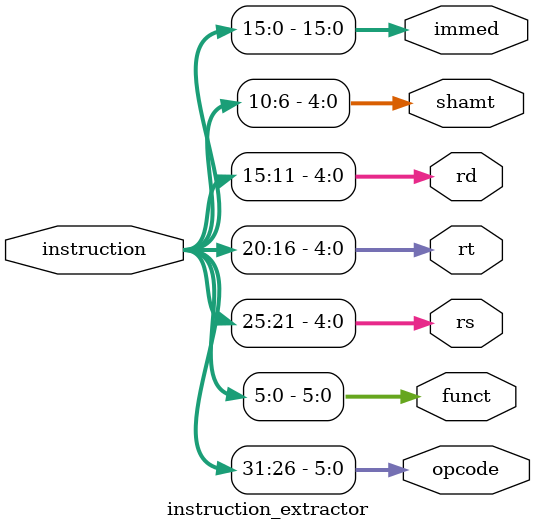
<source format=sv>
module instruction_extractor(input logic[31:0] instruction,
output logic[5:0] opcode,funct,
output logic[4:0] rs,rt,rd,shamt,
output logic[15:0] immed);
    assign {opcode,rs,rt,rd,shamt,funct} = instruction;
    assign immed = instruction[15:0];
endmodule
</source>
